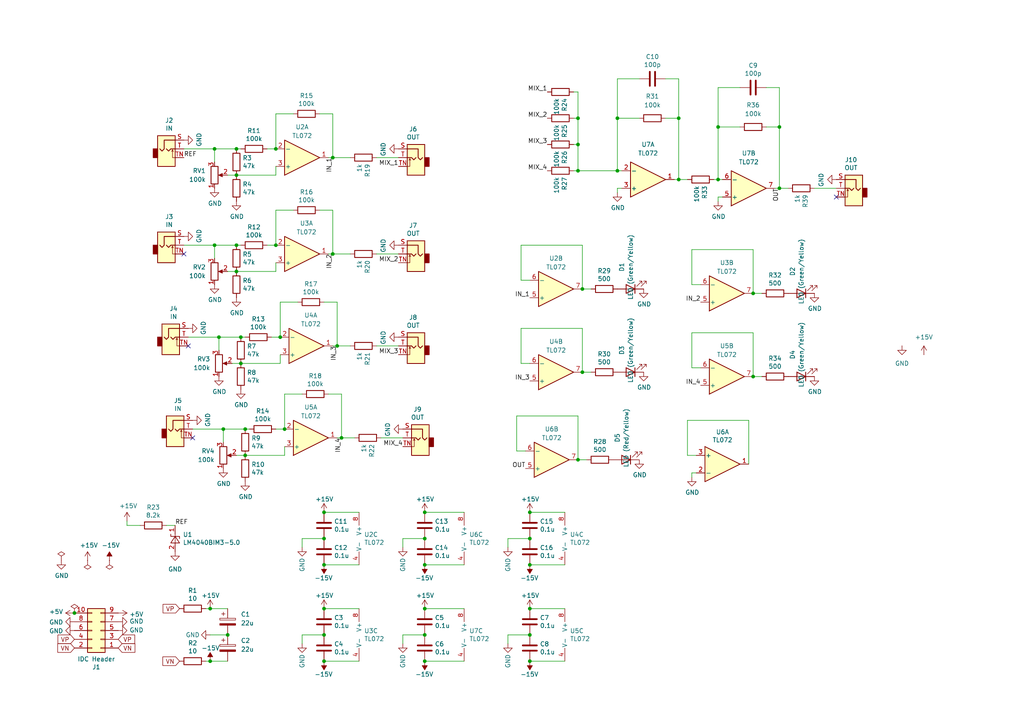
<source format=kicad_sch>
(kicad_sch (version 20231120) (generator "eeschema") (generator_version "8.0")
  (paper "A4")
  (title_block (title "summe") (date "2021-05-30") (rev "R02") (company "company") (comment 1 "schema for pcb") (comment 2 "DC coupled mixer") (comment 3 "comment 3") (comment 4 "License CC BY 4.0 - Attribution 4.0 International") (comment 5 "comment 5") (comment 6 "comment 6") (comment 7 "comment 7") (comment 8 "comment 8") (comment 9 "comment 9"))
  (junction (at 62.23 43.18))
  (junction (at 153.67 163.83))
  (junction (at 68.58 71.12))
  (junction (at 123.19 163.83))
  (junction (at 82.55 124.46))
  (junction (at 97.79 100.33))
  (junction (at 167.64 41.91))
  (junction (at 123.19 148.59))
  (junction (at 68.58 43.18))
  (junction (at 167.64 34.29))
  (junction (at 96.52 73.66))
  (junction (at 179.07 49.53))
  (junction (at 93.98 191.77))
  (junction (at 60.96 176.53))
  (junction (at 208.28 52.07))
  (junction (at 69.85 97.79))
  (junction (at 93.98 184.15))
  (junction (at 196.85 34.29))
  (junction (at 71.12 132.08))
  (junction (at 60.96 191.77))
  (junction (at 168.91 107.95))
  (junction (at 153.67 184.15))
  (junction (at 93.98 163.83))
  (junction (at 93.98 148.59))
  (junction (at 123.19 191.77))
  (junction (at 226.06 36.83))
  (junction (at 123.19 156.21))
  (junction (at 68.58 78.74))
  (junction (at 80.01 43.18))
  (junction (at 99.06 127))
  (junction (at 123.19 184.15))
  (junction (at 71.12 124.46))
  (junction (at 63.5 97.79))
  (junction (at 69.85 105.41))
  (junction (at 208.28 36.83))
  (junction (at 179.07 34.29))
  (junction (at 96.52 45.72))
  (junction (at 93.98 176.53))
  (junction (at 167.64 133.35))
  (junction (at 64.77 124.46))
  (junction (at 80.01 71.12))
  (junction (at 81.28 97.79))
  (junction (at 153.67 176.53))
  (junction (at 153.67 191.77))
  (junction (at 167.64 49.53))
  (junction (at 21.59 177.8))
  (junction (at 153.67 156.21))
  (junction (at 62.23 71.12))
  (junction (at 226.06 54.61))
  (junction (at 153.67 148.59))
  (junction (at 218.44 109.22))
  (junction (at 93.98 156.21))
  (junction (at 218.44 85.09))
  (junction (at 168.91 83.82))
  (junction (at 196.85 52.07))
  (junction (at 66.04 184.15))
  (junction (at 123.19 176.53))
  (junction (at 68.58 50.8))
  (no_connect (at 53.34 73.66))
  (no_connect (at 55.88 127))
  (no_connect (at 54.61 100.33))
  (no_connect (at 242.57 57.15))
  (wire (pts (xy 179.07 34.29) (xy 179.07 49.53)))
  (wire (pts (xy 68.58 50.8) (xy 80.01 50.8)))
  (wire (pts (xy 77.47 43.18) (xy 80.01 43.18)))
  (wire (pts (xy 60.96 191.77) (xy 66.04 191.77)))
  (wire (pts (xy 217.17 134.62) (xy 217.17 121.92)))
  (wire (pts (xy 69.85 105.41) (xy 81.28 105.41)))
  (wire (pts (xy 87.63 114.3) (xy 82.55 114.3)))
  (wire (pts (xy 179.07 34.29) (xy 185.42 34.29)))
  (wire (pts (xy 71.12 124.46) (xy 72.39 124.46)))
  (wire (pts (xy 77.47 71.12) (xy 80.01 71.12)))
  (wire (pts (xy 104.14 148.59) (xy 93.98 148.59)))
  (wire (pts (xy 59.69 191.77) (xy 60.96 191.77)))
  (wire (pts (xy 218.44 85.09) (xy 220.98 85.09)))
  (wire (pts (xy 217.17 121.92) (xy 199.39 121.92)))
  (wire (pts (xy 208.28 52.07) (xy 207.01 52.07)))
  (wire (pts (xy 80.01 124.46) (xy 82.55 124.46)))
  (wire (pts (xy 109.22 100.33) (xy 115.57 100.33)))
  (wire (pts (xy 68.58 71.12) (xy 69.85 71.12)))
  (wire (pts (xy 193.04 34.29) (xy 196.85 34.29)))
  (wire (pts (xy 180.34 54.61) (xy 179.07 54.61)))
  (wire (pts (xy 97.79 127) (xy 99.06 127)))
  (wire (pts (xy 53.34 43.18) (xy 62.23 43.18)))
  (wire (pts (xy 134.62 191.77) (xy 123.19 191.77)))
  (wire (pts (xy 167.64 34.29) (xy 167.64 41.91)))
  (wire (pts (xy 168.91 95.25) (xy 151.13 95.25)))
  (wire (pts (xy 67.31 105.41) (xy 69.85 105.41)))
  (wire (pts (xy 218.44 109.22) (xy 218.44 96.52)))
  (wire (pts (xy 179.07 22.86) (xy 179.07 34.29)))
  (wire (pts (xy 134.62 176.53) (xy 123.19 176.53)))
  (wire (pts (xy 86.36 87.63) (xy 81.28 87.63)))
  (wire (pts (xy 62.23 71.12) (xy 68.58 71.12)))
  (wire (pts (xy 167.64 133.35) (xy 167.64 120.65)))
  (wire (pts (xy 110.49 127) (xy 116.84 127)))
  (wire (pts (xy 166.37 41.91) (xy 167.64 41.91)))
  (wire (pts (xy 208.28 25.4) (xy 208.28 36.83)))
  (wire (pts (xy 116.84 184.15) (xy 116.84 186.69)))
  (wire (pts (xy 222.25 25.4) (xy 226.06 25.4)))
  (wire (pts (xy 163.83 191.77) (xy 153.67 191.77)))
  (wire (pts (xy 123.19 184.15) (xy 116.84 184.15)))
  (wire (pts (xy 222.25 36.83) (xy 226.06 36.83)))
  (wire (pts (xy 166.37 49.53) (xy 167.64 49.53)))
  (wire (pts (xy 71.12 132.08) (xy 82.55 132.08)))
  (wire (pts (xy 209.55 52.07) (xy 208.28 52.07)))
  (wire (pts (xy 168.91 107.95) (xy 168.91 95.25)))
  (wire (pts (xy 66.04 184.15) (xy 60.96 184.15)))
  (wire (pts (xy 224.79 54.61) (xy 226.06 54.61)))
  (wire (pts (xy 78.74 97.79) (xy 81.28 97.79)))
  (wire (pts (xy 63.5 101.6) (xy 63.5 97.79)))
  (wire (pts (xy 168.91 71.12) (xy 151.13 71.12)))
  (wire (pts (xy 104.14 176.53) (xy 93.98 176.53)))
  (wire (pts (xy 66.04 50.8) (xy 68.58 50.8)))
  (wire (pts (xy 199.39 121.92) (xy 199.39 132.08)))
  (wire (pts (xy 196.85 52.07) (xy 195.58 52.07)))
  (wire (pts (xy 167.64 26.67) (xy 167.64 34.29)))
  (wire (pts (xy 214.63 36.83) (xy 208.28 36.83)))
  (wire (pts (xy 99.06 114.3) (xy 99.06 127)))
  (wire (pts (xy 64.77 124.46) (xy 71.12 124.46)))
  (wire (pts (xy 55.88 124.46) (xy 64.77 124.46)))
  (wire (pts (xy 200.66 72.39) (xy 200.66 82.55)))
  (wire (pts (xy 167.64 41.91) (xy 167.64 49.53)))
  (wire (pts (xy 96.52 60.96) (xy 96.52 73.66)))
  (wire (pts (xy 92.71 33.02) (xy 96.52 33.02)))
  (wire (pts (xy 80.01 33.02) (xy 80.01 43.18)))
  (wire (pts (xy 68.58 43.18) (xy 69.85 43.18)))
  (wire (pts (xy 166.37 34.29) (xy 167.64 34.29)))
  (wire (pts (xy 151.13 95.25) (xy 151.13 105.41)))
  (wire (pts (xy 226.06 54.61) (xy 228.6 54.61)))
  (wire (pts (xy 196.85 34.29) (xy 196.85 52.07)))
  (wire (pts (xy 179.07 22.86) (xy 185.42 22.86)))
  (wire (pts (xy 93.98 184.15) (xy 87.63 184.15)))
  (wire (pts (xy 97.79 100.33) (xy 101.6 100.33)))
  (wire (pts (xy 69.85 97.79) (xy 71.12 97.79)))
  (wire (pts (xy 80.01 78.74) (xy 80.01 76.2)))
  (wire (pts (xy 171.45 83.82) (xy 168.91 83.82)))
  (wire (pts (xy 171.45 107.95) (xy 168.91 107.95)))
  (wire (pts (xy 168.91 83.82) (xy 168.91 71.12)))
  (wire (pts (xy 99.06 127) (xy 102.87 127)))
  (wire (pts (xy 220.98 109.22) (xy 218.44 109.22)))
  (wire (pts (xy 53.34 71.12) (xy 62.23 71.12)))
  (wire (pts (xy 218.44 85.09) (xy 218.44 72.39)))
  (wire (pts (xy 82.55 132.08) (xy 82.55 129.54)))
  (wire (pts (xy 151.13 71.12) (xy 151.13 81.28)))
  (wire (pts (xy 63.5 97.79) (xy 69.85 97.79)))
  (wire (pts (xy 166.37 26.67) (xy 167.64 26.67)))
  (wire (pts (xy 104.14 191.77) (xy 93.98 191.77)))
  (wire (pts (xy 151.13 81.28) (xy 153.67 81.28)))
  (wire (pts (xy 95.25 114.3) (xy 99.06 114.3)))
  (wire (pts (xy 109.22 45.72) (xy 115.57 45.72)))
  (wire (pts (xy 48.26 152.4) (xy 50.8 152.4)))
  (wire (pts (xy 163.83 163.83) (xy 153.67 163.83)))
  (wire (pts (xy 81.28 105.41) (xy 81.28 102.87)))
  (wire (pts (xy 87.63 156.21) (xy 87.63 158.75)))
  (wire (pts (xy 196.85 22.86) (xy 196.85 34.29)))
  (wire (pts (xy 96.52 45.72) (xy 95.25 45.72)))
  (wire (pts (xy 153.67 184.15) (xy 147.32 184.15)))
  (wire (pts (xy 170.18 133.35) (xy 167.64 133.35)))
  (wire (pts (xy 226.06 25.4) (xy 226.06 36.83)))
  (wire (pts (xy 85.09 60.96) (xy 80.01 60.96)))
  (wire (pts (xy 149.86 120.65) (xy 149.86 130.81)))
  (wire (pts (xy 93.98 156.21) (xy 87.63 156.21)))
  (wire (pts (xy 116.84 156.21) (xy 116.84 158.75)))
  (wire (pts (xy 60.96 176.53) (xy 66.04 176.53)))
  (wire (pts (xy 193.04 22.86) (xy 196.85 22.86)))
  (wire (pts (xy 62.23 46.99) (xy 62.23 43.18)))
  (wire (pts (xy 134.62 148.59) (xy 123.19 148.59)))
  (wire (pts (xy 96.52 73.66) (xy 95.25 73.66)))
  (wire (pts (xy 147.32 156.21) (xy 147.32 158.75)))
  (wire (pts (xy 179.07 49.53) (xy 180.34 49.53)))
  (wire (pts (xy 208.28 57.15) (xy 208.28 58.42)))
  (wire (pts (xy 81.28 87.63) (xy 81.28 97.79)))
  (wire (pts (xy 93.98 87.63) (xy 97.79 87.63)))
  (wire (pts (xy 153.67 156.21) (xy 147.32 156.21)))
  (wire (pts (xy 199.39 52.07) (xy 196.85 52.07)))
  (wire (pts (xy 179.07 54.61) (xy 179.07 55.88)))
  (wire (pts (xy 62.23 43.18) (xy 68.58 43.18)))
  (wire (pts (xy 208.28 25.4) (xy 214.63 25.4)))
  (wire (pts (xy 151.13 105.41) (xy 153.67 105.41)))
  (wire (pts (xy 167.64 49.53) (xy 179.07 49.53)))
  (wire (pts (xy 36.83 152.4) (xy 40.64 152.4)))
  (wire (pts (xy 147.32 184.15) (xy 147.32 186.69)))
  (wire (pts (xy 96.52 100.33) (xy 97.79 100.33)))
  (wire (pts (xy 64.77 128.27) (xy 64.77 124.46)))
  (wire (pts (xy 59.69 176.53) (xy 60.96 176.53)))
  (wire (pts (xy 149.86 130.81) (xy 152.4 130.81)))
  (wire (pts (xy 68.58 132.08) (xy 71.12 132.08)))
  (wire (pts (xy 153.67 176.53) (xy 163.83 176.53)))
  (wire (pts (xy 101.6 73.66) (xy 96.52 73.66)))
  (wire (pts (xy 101.6 45.72) (xy 96.52 45.72)))
  (wire (pts (xy 200.66 137.16) (xy 200.66 138.43)))
  (wire (pts (xy 123.19 156.21) (xy 116.84 156.21)))
  (wire (pts (xy 36.83 151.13) (xy 36.83 152.4)))
  (wire (pts (xy 200.66 106.68) (xy 203.2 106.68)))
  (wire (pts (xy 236.22 54.61) (xy 242.57 54.61)))
  (wire (pts (xy 85.09 33.02) (xy 80.01 33.02)))
  (wire (pts (xy 218.44 96.52) (xy 200.66 96.52)))
  (wire (pts (xy 153.67 148.59) (xy 163.83 148.59)))
  (wire (pts (xy 201.93 137.16) (xy 200.66 137.16)))
  (wire (pts (xy 54.61 97.79) (xy 63.5 97.79)))
  (wire (pts (xy 82.55 114.3) (xy 82.55 124.46)))
  (wire (pts (xy 92.71 60.96) (xy 96.52 60.96)))
  (wire (pts (xy 104.14 163.83) (xy 93.98 163.83)))
  (wire (pts (xy 200.66 72.39) (xy 218.44 72.39)))
  (wire (pts (xy 68.58 78.74) (xy 80.01 78.74)))
  (wire (pts (xy 199.39 132.08) (xy 201.93 132.08)))
  (wire (pts (xy 62.23 74.93) (xy 62.23 71.12)))
  (wire (pts (xy 96.52 33.02) (xy 96.52 45.72)))
  (wire (pts (xy 208.28 36.83) (xy 208.28 52.07)))
  (wire (pts (xy 97.79 87.63) (xy 97.79 100.33)))
  (wire (pts (xy 87.63 184.15) (xy 87.63 186.69)))
  (wire (pts (xy 226.06 36.83) (xy 226.06 54.61)))
  (wire (pts (xy 66.04 78.74) (xy 68.58 78.74)))
  (wire (pts (xy 209.55 57.15) (xy 208.28 57.15)))
  (wire (pts (xy 109.22 73.66) (xy 115.57 73.66)))
  (wire (pts (xy 80.01 60.96) (xy 80.01 71.12)))
  (wire (pts (xy 200.66 96.52) (xy 200.66 106.68)))
  (wire (pts (xy 80.01 50.8) (xy 80.01 48.26)))
  (wire (pts (xy 167.64 120.65) (xy 149.86 120.65)))
  (wire (pts (xy 134.62 163.83) (xy 123.19 163.83)))
  (wire (pts (xy 200.66 82.55) (xy 203.2 82.55)))
  (label "REF" (at 53.34 45.72 0))
  (label "MIX_4" (at 116.84 129.54 180))
  (label "MIX_1" (at 158.75 26.67 180))
  (label "REF" (at 50.8 152.4 0))
  (label "MIX_3" (at 158.75 41.91 180))
  (label "OUT" (at 152.4 135.89 180))
  (label "IN_2" (at 203.2 87.63 180))
  (label "IN_3" (at 153.67 110.49 180))
  (label "MIX_1" (at 115.57 48.26 180))
  (label "IN_1" (at 96.52 45.72 270))
  (label "IN_1" (at 153.67 86.36 180))
  (label "IN_4" (at 99.06 127 270))
  (label "MIX_2" (at 158.75 34.29 180))
  (label "MIX_3" (at 115.57 102.87 180))
  (label "IN_2" (at 96.52 73.66 270))
  (label "MIX_2" (at 115.57 76.2 180))
  (label "MIX_4" (at 158.75 49.53 180))
  (label "IN_4" (at 203.2 111.76 180))
  (label "OUT" (at 226.06 54.61 270))
  (label "IN_3" (at 97.79 100.33 270))
  (global_label "VN" (shape input) (at 52.07 191.77 180) (property "Intersheetrefs" "${INTERSHEET_REFS}" (effects (hide yes))))
  (global_label "VP" (shape input) (at 34.29 185.42 0) (property "Intersheetrefs" "${INTERSHEET_REFS}" (effects (hide yes))))
  (global_label "VN" (shape input) (at 34.29 187.96 0) (property "Intersheetrefs" "${INTERSHEET_REFS}" (effects (hide yes))))
  (global_label "VP" (shape input) (at 52.07 176.53 180) (property "Intersheetrefs" "${INTERSHEET_REFS}" (effects (hide yes))))
  (global_label "VP" (shape input) (at 21.59 185.42 180) (property "Intersheetrefs" "${INTERSHEET_REFS}" (effects (hide yes))))
  (global_label "VN" (shape input) (at 21.59 187.96 180) (property "Intersheetrefs" "${INTERSHEET_REFS}" (effects (hide yes))))
  (symbol (lib_id "Connector:AudioJack2_SwitchT") (at 48.26 43.18 0) (unit 1)
    (property "Reference" "J2" (at 49.0728 34.925 0))
    (property "Value" "IN" (at 49.0728 37.2364 0))
    (property "Footprint" "elektrophon:Jack_3.5mm_WQP-PJ398SM_Vertical" (effects (hide yes)))
    (property "Description" "3.5mm Eurorack Jacks" (effects (hide yes)))
    (property "Sim.Device" "SPICE" (effects (hide yes)))
    (property "Sim.Params" "type=\"X\" model=\"IN_1\" lib=\"\"" (effects (hide yes)))
    (property "Sim.Pins" "S=1 T=2 TN=3" (effects (hide yes)))
  )
  (symbol (lib_id "Connector:AudioJack2_SwitchT") (at 120.65 45.72 0) (mirror y) (unit 1)
    (property "Reference" "J6" (at 119.8372 37.465 0))
    (property "Value" "OUT" (at 119.8372 39.7764 0))
    (property "Footprint" "elektrophon:Jack_3.5mm_WQP-PJ398SM_Vertical" (effects (hide yes)))
    (property "Description" "3.5mm Eurorack Jacks" (effects (hide yes)))
    (property "Sim.Device" "SPICE" (effects (hide yes)))
    (property "Sim.Params" "type=\"X\" model=\"OUT_1\" lib=\"\"" (effects (hide yes)))
    (property "Sim.Pins" "S=1 T=2 TN=3" (effects (hide yes)))
  )
  (symbol (lib_id "power:GND") (at 53.34 40.64 90) (unit 1)
    (property "Reference" "#PWR010" (effects (hide yes)))
    (property "Value" "GND" (at 57.7342 40.513 0))
  )
  (symbol (lib_id "power:GND") (at 115.57 43.18 270) (unit 1)
    (property "Reference" "#PWR031" (effects (hide yes)))
    (property "Value" "GND" (at 111.1758 43.307 0))
  )
  (symbol (lib_id "Device:R") (at 105.41 45.72 90) (unit 1)
    (property "Reference" "R19" (at 106.5784 47.498 0) (effects (justify right)))
    (property "Value" "1k" (at 104.267 47.498 0) (effects (justify right)))
    (property "Footprint" "Resistor_SMD:R_0805_2012Metric_Pad1.20x1.40mm_HandSolder" (effects (hide yes)))
    (property "Description" "Thick Film Resistors - SMD (0805)" (effects (hide yes)))
  )
  (symbol (lib_id "power:GND") (at 60.96 184.15 270) (unit 1)
    (property "Reference" "#PWR015" (effects (hide yes)))
    (property "Value" "GND" (at 55.88 184.15 90))
  )
  (symbol (lib_id "power:GND") (at 21.59 182.88 270) (unit 1)
    (property "Reference" "#PWR03" (effects (hide yes)))
    (property "Value" "GND" (at 18.3388 183.007 90) (effects (justify right)))
  )
  (symbol (lib_id "Device:C") (at 93.98 180.34 0) (unit 1) (exclude_from_sim yes)
    (property "Reference" "C3" (at 96.901 179.1716 0) (effects (justify left)))
    (property "Value" "0.1u" (at 96.901 181.483 0) (effects (justify left)))
    (property "Footprint" "Capacitor_SMD:C_0805_2012Metric_Pad1.18x1.45mm_HandSolder" (effects (hide yes)))
    (property "Description" "Multilayer Ceramic Capacitors MLCC" (effects (hide yes)))
    (property "Sim.Device" "SPICE" (effects (hide yes)))
    (property "Sim.Params" "type=\"C\" model=\"0.1u\" lib=\"\"" (effects (hide yes)))
    (property "Sim.Pins" "1=1 2=2" (effects (hide yes)))
  )
  (symbol (lib_id "Device:C") (at 93.98 187.96 0) (unit 1) (exclude_from_sim yes)
    (property "Reference" "C4" (at 96.901 186.7916 0) (effects (justify left)))
    (property "Value" "0.1u" (at 96.901 189.103 0) (effects (justify left)))
    (property "Footprint" "Capacitor_SMD:C_0805_2012Metric_Pad1.18x1.45mm_HandSolder" (effects (hide yes)))
    (property "Description" "Multilayer Ceramic Capacitors MLCC" (effects (hide yes)))
    (property "Sim.Device" "SPICE" (effects (hide yes)))
    (property "Sim.Params" "type=\"C\" model=\"0.1u\" lib=\"\"" (effects (hide yes)))
    (property "Sim.Pins" "1=1 2=2" (effects (hide yes)))
  )
  (symbol (lib_id "Device:C") (at 123.19 180.34 0) (unit 1) (exclude_from_sim yes)
    (property "Reference" "C5" (at 126.111 179.1716 0) (effects (justify left)))
    (property "Value" "0.1u" (at 126.111 181.483 0) (effects (justify left)))
    (property "Footprint" "Capacitor_SMD:C_0805_2012Metric_Pad1.18x1.45mm_HandSolder" (effects (hide yes)))
    (property "Description" "Multilayer Ceramic Capacitors MLCC" (effects (hide yes)))
    (property "Sim.Device" "SPICE" (effects (hide yes)))
    (property "Sim.Params" "type=\"C\" model=\"0.1u\" lib=\"\"" (effects (hide yes)))
    (property "Sim.Pins" "1=1 2=2" (effects (hide yes)))
  )
  (symbol (lib_id "Device:C") (at 123.19 187.96 0) (unit 1) (exclude_from_sim yes)
    (property "Reference" "C6" (at 126.111 186.7916 0) (effects (justify left)))
    (property "Value" "0.1u" (at 126.111 189.103 0) (effects (justify left)))
    (property "Footprint" "Capacitor_SMD:C_0805_2012Metric_Pad1.18x1.45mm_HandSolder" (effects (hide yes)))
    (property "Description" "Multilayer Ceramic Capacitors MLCC" (effects (hide yes)))
    (property "Sim.Device" "SPICE" (effects (hide yes)))
    (property "Sim.Params" "type=\"C\" model=\"0.1u\" lib=\"\"" (effects (hide yes)))
    (property "Sim.Pins" "1=1 2=2" (effects (hide yes)))
  )
  (symbol (lib_id "Device:R") (at 73.66 43.18 270) (unit 1)
    (property "Reference" "R11" (at 73.66 37.9222 90))
    (property "Value" "100k" (at 73.66 40.2336 90))
    (property "Footprint" "Resistor_SMD:R_0805_2012Metric_Pad1.20x1.40mm_HandSolder" (effects (hide yes)))
    (property "Description" "Thick Film Resistors - SMD (0805)" (effects (hide yes)))
  )
  (symbol (lib_id "Device:R") (at 68.58 46.99 0) (unit 1)
    (property "Reference" "R3" (at 70.358 45.8216 0) (effects (justify left)))
    (property "Value" "47k" (at 70.358 48.133 0) (effects (justify left)))
    (property "Footprint" "Resistor_SMD:R_0805_2012Metric_Pad1.20x1.40mm_HandSolder" (effects (hide yes)))
    (property "Description" "Thick Film Resistors - SMD (0805)" (effects (hide yes)))
  )
  (symbol (lib_id "Device:R") (at 68.58 54.61 0) (unit 1)
    (property "Reference" "R4" (at 70.358 53.4416 0) (effects (justify left)))
    (property "Value" "47k" (at 70.358 55.753 0) (effects (justify left)))
    (property "Footprint" "Resistor_SMD:R_0805_2012Metric_Pad1.20x1.40mm_HandSolder" (effects (hide yes)))
    (property "Description" "Thick Film Resistors - SMD (0805)" (effects (hide yes)))
  )
  (symbol (lib_id "power:GND") (at 68.58 58.42 0) (unit 1)
    (property "Reference" "#PWR021" (effects (hide yes)))
    (property "Value" "GND" (at 68.707 62.8142 0))
  )
  (symbol (lib_id "Device:R") (at 88.9 33.02 270) (unit 1)
    (property "Reference" "R15" (at 88.9 27.7622 90))
    (property "Value" "100k" (at 88.9 30.0736 90))
    (property "Footprint" "Resistor_SMD:R_0805_2012Metric_Pad1.20x1.40mm_HandSolder" (effects (hide yes)))
    (property "Description" "Thick Film Resistors - SMD (0805)" (effects (hide yes)))
  )
  (symbol (lib_id "Connector:AudioJack2_SwitchT") (at 48.26 71.12 0) (unit 1)
    (property "Reference" "J3" (at 49.0728 62.865 0))
    (property "Value" "IN" (at 49.0728 65.1764 0))
    (property "Footprint" "elektrophon:Jack_3.5mm_WQP-PJ398SM_Vertical" (effects (hide yes)))
    (property "Description" "3.5mm Eurorack Jacks" (effects (hide yes)))
    (property "Sim.Device" "SPICE" (effects (hide yes)))
    (property "Sim.Params" "type=\"X\" model=\"IN_2\" lib=\"\"" (effects (hide yes)))
    (property "Sim.Pins" "S=1 T=2 TN=3" (effects (hide yes)))
  )
  (symbol (lib_id "power:GND") (at 53.34 68.58 90) (unit 1)
    (property "Reference" "#PWR011" (effects (hide yes)))
    (property "Value" "GND" (at 57.7342 68.453 0))
  )
  (symbol (lib_id "power:GND") (at 62.23 82.55 0) (unit 1)
    (property "Reference" "#PWR018" (effects (hide yes)))
    (property "Value" "GND" (at 62.357 86.9442 0))
  )
  (symbol (lib_id "Device:R") (at 73.66 71.12 270) (unit 1)
    (property "Reference" "R12" (at 73.66 65.8622 90))
    (property "Value" "100k" (at 73.66 68.1736 90))
    (property "Footprint" "Resistor_SMD:R_0805_2012Metric_Pad1.20x1.40mm_HandSolder" (effects (hide yes)))
    (property "Description" "Thick Film Resistors - SMD (0805)" (effects (hide yes)))
  )
  (symbol (lib_id "Device:R") (at 68.58 74.93 0) (unit 1)
    (property "Reference" "R5" (at 70.358 73.7616 0) (effects (justify left)))
    (property "Value" "47k" (at 70.358 76.073 0) (effects (justify left)))
    (property "Footprint" "Resistor_SMD:R_0805_2012Metric_Pad1.20x1.40mm_HandSolder" (effects (hide yes)))
    (property "Description" "Thick Film Resistors - SMD (0805)" (effects (hide yes)))
  )
  (symbol (lib_id "Device:R") (at 68.58 82.55 0) (unit 1)
    (property "Reference" "R6" (at 70.358 81.3816 0) (effects (justify left)))
    (property "Value" "47k" (at 70.358 83.693 0) (effects (justify left)))
    (property "Footprint" "Resistor_SMD:R_0805_2012Metric_Pad1.20x1.40mm_HandSolder" (effects (hide yes)))
    (property "Description" "Thick Film Resistors - SMD (0805)" (effects (hide yes)))
  )
  (symbol (lib_id "power:GND") (at 68.58 86.36 0) (unit 1)
    (property "Reference" "#PWR022" (effects (hide yes)))
    (property "Value" "GND" (at 68.707 90.7542 0))
  )
  (symbol (lib_id "Device:R") (at 88.9 60.96 270) (unit 1)
    (property "Reference" "R16" (at 88.9 55.7022 90))
    (property "Value" "100k" (at 88.9 58.0136 90))
    (property "Footprint" "Resistor_SMD:R_0805_2012Metric_Pad1.20x1.40mm_HandSolder" (effects (hide yes)))
    (property "Description" "Thick Film Resistors - SMD (0805)" (effects (hide yes)))
  )
  (symbol (lib_id "Connector:AudioJack2_SwitchT") (at 49.53 97.79 0) (unit 1)
    (property "Reference" "J4" (at 50.3428 89.535 0))
    (property "Value" "IN" (at 50.3428 91.8464 0))
    (property "Footprint" "elektrophon:Jack_3.5mm_WQP-PJ398SM_Vertical" (effects (hide yes)))
    (property "Description" "3.5mm Eurorack Jacks" (effects (hide yes)))
    (property "Sim.Device" "SPICE" (effects (hide yes)))
    (property "Sim.Params" "type=\"X\" model=\"IN_3\" lib=\"\"" (effects (hide yes)))
    (property "Sim.Pins" "S=1 T=2 TN=3" (effects (hide yes)))
  )
  (symbol (lib_id "power:GND") (at 54.61 95.25 90) (unit 1)
    (property "Reference" "#PWR012" (effects (hide yes)))
    (property "Value" "GND" (at 59.0042 95.123 0))
  )
  (symbol (lib_id "power:GND") (at 63.5 109.22 0) (unit 1)
    (property "Reference" "#PWR019" (effects (hide yes)))
    (property "Value" "GND" (at 63.627 113.6142 0))
  )
  (symbol (lib_id "Device:R") (at 74.93 97.79 270) (unit 1)
    (property "Reference" "R13" (at 74.93 92.5322 90))
    (property "Value" "100k" (at 74.93 94.8436 90))
    (property "Footprint" "Resistor_SMD:R_0805_2012Metric_Pad1.20x1.40mm_HandSolder" (effects (hide yes)))
    (property "Description" "Thick Film Resistors - SMD (0805)" (effects (hide yes)))
  )
  (symbol (lib_id "Device:R") (at 69.85 101.6 0) (unit 1)
    (property "Reference" "R7" (at 71.628 100.4316 0) (effects (justify left)))
    (property "Value" "47k" (at 71.628 102.743 0) (effects (justify left)))
    (property "Footprint" "Resistor_SMD:R_0805_2012Metric_Pad1.20x1.40mm_HandSolder" (effects (hide yes)))
    (property "Description" "Thick Film Resistors - SMD (0805)" (effects (hide yes)))
  )
  (symbol (lib_id "Device:R") (at 69.85 109.22 0) (unit 1)
    (property "Reference" "R8" (at 71.628 108.0516 0) (effects (justify left)))
    (property "Value" "47k" (at 71.628 110.363 0) (effects (justify left)))
    (property "Footprint" "Resistor_SMD:R_0805_2012Metric_Pad1.20x1.40mm_HandSolder" (effects (hide yes)))
    (property "Description" "Thick Film Resistors - SMD (0805)" (effects (hide yes)))
  )
  (symbol (lib_id "power:GND") (at 69.85 113.03 0) (unit 1)
    (property "Reference" "#PWR023" (effects (hide yes)))
    (property "Value" "GND" (at 69.977 117.4242 0))
  )
  (symbol (lib_id "Device:R") (at 90.17 87.63 270) (unit 1)
    (property "Reference" "R17" (at 90.17 82.3722 90))
    (property "Value" "100k" (at 90.17 84.6836 90))
    (property "Footprint" "Resistor_SMD:R_0805_2012Metric_Pad1.20x1.40mm_HandSolder" (effects (hide yes)))
    (property "Description" "Thick Film Resistors - SMD (0805)" (effects (hide yes)))
  )
  (symbol (lib_id "Connector:AudioJack2_SwitchT") (at 50.8 124.46 0) (unit 1)
    (property "Reference" "J5" (at 51.6128 116.205 0))
    (property "Value" "IN" (at 51.6128 118.5164 0))
    (property "Footprint" "elektrophon:Jack_3.5mm_WQP-PJ398SM_Vertical" (effects (hide yes)))
    (property "Description" "3.5mm Eurorack Jacks" (effects (hide yes)))
    (property "Sim.Device" "SPICE" (effects (hide yes)))
    (property "Sim.Params" "type=\"X\" model=\"IN_4\" lib=\"\"" (effects (hide yes)))
    (property "Sim.Pins" "S=1 T=2 TN=3" (effects (hide yes)))
  )
  (symbol (lib_id "power:GND") (at 55.88 121.92 90) (unit 1)
    (property "Reference" "#PWR013" (effects (hide yes)))
    (property "Value" "GND" (at 60.2742 121.793 0))
  )
  (symbol (lib_id "power:GND") (at 64.77 135.89 0) (unit 1)
    (property "Reference" "#PWR020" (effects (hide yes)))
    (property "Value" "GND" (at 64.897 140.2842 0))
  )
  (symbol (lib_id "Device:R") (at 76.2 124.46 270) (unit 1)
    (property "Reference" "R14" (at 76.2 119.2022 90))
    (property "Value" "100k" (at 76.2 121.5136 90))
    (property "Footprint" "Resistor_SMD:R_0805_2012Metric_Pad1.20x1.40mm_HandSolder" (effects (hide yes)))
    (property "Description" "Thick Film Resistors - SMD (0805)" (effects (hide yes)))
  )
  (symbol (lib_id "Device:R") (at 71.12 128.27 0) (unit 1)
    (property "Reference" "R9" (at 72.898 127.1016 0) (effects (justify left)))
    (property "Value" "47k" (at 72.898 129.413 0) (effects (justify left)))
    (property "Footprint" "Resistor_SMD:R_0805_2012Metric_Pad1.20x1.40mm_HandSolder" (effects (hide yes)))
    (property "Description" "Thick Film Resistors - SMD (0805)" (effects (hide yes)))
  )
  (symbol (lib_id "Device:R") (at 71.12 135.89 0) (unit 1)
    (property "Reference" "R10" (at 72.898 134.7216 0) (effects (justify left)))
    (property "Value" "47k" (at 72.898 137.033 0) (effects (justify left)))
    (property "Footprint" "Resistor_SMD:R_0805_2012Metric_Pad1.20x1.40mm_HandSolder" (effects (hide yes)))
    (property "Description" "Thick Film Resistors - SMD (0805)" (effects (hide yes)))
  )
  (symbol (lib_id "power:GND") (at 71.12 139.7 0) (unit 1)
    (property "Reference" "#PWR024" (effects (hide yes)))
    (property "Value" "GND" (at 71.247 144.0942 0))
  )
  (symbol (lib_id "Device:R") (at 91.44 114.3 270) (unit 1)
    (property "Reference" "R18" (at 91.44 109.0422 90))
    (property "Value" "100k" (at 91.44 111.3536 90))
    (property "Footprint" "Resistor_SMD:R_0805_2012Metric_Pad1.20x1.40mm_HandSolder" (effects (hide yes)))
    (property "Description" "Thick Film Resistors - SMD (0805)" (effects (hide yes)))
  )
  (symbol (lib_id "Connector:AudioJack2_SwitchT") (at 120.65 73.66 0) (mirror y) (unit 1)
    (property "Reference" "J7" (at 119.8372 65.405 0))
    (property "Value" "OUT" (at 119.8372 67.7164 0))
    (property "Footprint" "elektrophon:Jack_3.5mm_WQP-PJ398SM_Vertical" (effects (hide yes)))
    (property "Description" "3.5mm Eurorack Jacks" (effects (hide yes)))
    (property "Sim.Device" "SPICE" (effects (hide yes)))
    (property "Sim.Params" "type=\"X\" model=\"OUT_2\" lib=\"\"" (effects (hide yes)))
    (property "Sim.Pins" "S=1 T=2 TN=3" (effects (hide yes)))
  )
  (symbol (lib_id "power:GND") (at 115.57 71.12 270) (unit 1)
    (property "Reference" "#PWR032" (effects (hide yes)))
    (property "Value" "GND" (at 111.1758 71.247 0))
  )
  (symbol (lib_id "Device:R") (at 105.41 73.66 90) (unit 1)
    (property "Reference" "R20" (at 106.5784 75.438 0) (effects (justify right)))
    (property "Value" "1k" (at 104.267 75.438 0) (effects (justify right)))
    (property "Footprint" "Resistor_SMD:R_0805_2012Metric_Pad1.20x1.40mm_HandSolder" (effects (hide yes)))
    (property "Description" "Thick Film Resistors - SMD (0805)" (effects (hide yes)))
  )
  (symbol (lib_id "Connector:AudioJack2_SwitchT") (at 120.65 100.33 0) (mirror y) (unit 1)
    (property "Reference" "J8" (at 119.8372 92.075 0))
    (property "Value" "OUT" (at 119.8372 94.3864 0))
    (property "Footprint" "elektrophon:Jack_3.5mm_WQP-PJ398SM_Vertical" (effects (hide yes)))
    (property "Description" "3.5mm Eurorack Jacks" (effects (hide yes)))
    (property "Sim.Device" "SPICE" (effects (hide yes)))
    (property "Sim.Params" "type=\"X\" model=\"OUT_3\" lib=\"\"" (effects (hide yes)))
    (property "Sim.Pins" "S=1 T=2 TN=3" (effects (hide yes)))
  )
  (symbol (lib_id "power:GND") (at 115.57 97.79 270) (unit 1)
    (property "Reference" "#PWR033" (effects (hide yes)))
    (property "Value" "GND" (at 111.1758 97.917 0))
  )
  (symbol (lib_id "Device:R") (at 105.41 100.33 90) (unit 1)
    (property "Reference" "R21" (at 106.5784 102.108 0) (effects (justify right)))
    (property "Value" "1k" (at 104.267 102.108 0) (effects (justify right)))
    (property "Footprint" "Resistor_SMD:R_0805_2012Metric_Pad1.20x1.40mm_HandSolder" (effects (hide yes)))
    (property "Description" "Thick Film Resistors - SMD (0805)" (effects (hide yes)))
  )
  (symbol (lib_id "Connector:AudioJack2_SwitchT") (at 121.92 127 0) (mirror y) (unit 1)
    (property "Reference" "J9" (at 121.1072 118.745 0))
    (property "Value" "OUT" (at 121.1072 121.0564 0))
    (property "Footprint" "elektrophon:Jack_3.5mm_WQP-PJ398SM_Vertical" (effects (hide yes)))
    (property "Description" "3.5mm Eurorack Jacks" (effects (hide yes)))
    (property "Sim.Device" "SPICE" (effects (hide yes)))
    (property "Sim.Params" "type=\"X\" model=\"OUT_4\" lib=\"\"" (effects (hide yes)))
    (property "Sim.Pins" "S=1 T=2 TN=3" (effects (hide yes)))
  )
  (symbol (lib_id "power:GND") (at 116.84 124.46 270) (unit 1)
    (property "Reference" "#PWR034" (effects (hide yes)))
    (property "Value" "GND" (at 112.4458 124.587 0))
  )
  (symbol (lib_id "Device:R") (at 106.68 127 90) (unit 1)
    (property "Reference" "R22" (at 107.8484 128.778 0) (effects (justify right)))
    (property "Value" "1k" (at 105.537 128.778 0) (effects (justify right)))
    (property "Footprint" "Resistor_SMD:R_0805_2012Metric_Pad1.20x1.40mm_HandSolder" (effects (hide yes)))
    (property "Description" "Thick Film Resistors - SMD (0805)" (effects (hide yes)))
  )
  (symbol (lib_id "Device:R") (at 162.56 49.53 90) (unit 1)
    (property "Reference" "R27" (at 163.7284 51.308 0) (effects (justify right)))
    (property "Value" "100k" (at 161.417 51.308 0) (effects (justify right)))
    (property "Footprint" "Resistor_SMD:R_0805_2012Metric_Pad1.20x1.40mm_HandSolder" (effects (hide yes)))
    (property "Description" "Thick Film Resistors - SMD (0805)" (effects (hide yes)))
  )
  (symbol (lib_id "Device:R") (at 162.56 41.91 90) (unit 1)
    (property "Reference" "R26" (at 163.7284 43.688 0) (effects (justify right)))
    (property "Value" "100k" (at 161.417 43.688 0) (effects (justify right)))
    (property "Footprint" "Resistor_SMD:R_0805_2012Metric_Pad1.20x1.40mm_HandSolder" (effects (hide yes)))
    (property "Description" "Thick Film Resistors - SMD (0805)" (effects (hide yes)))
  )
  (symbol (lib_id "Device:R") (at 162.56 34.29 90) (unit 1)
    (property "Reference" "R25" (at 163.7284 36.068 0) (effects (justify right)))
    (property "Value" "100k" (at 161.417 36.068 0) (effects (justify right)))
    (property "Footprint" "Resistor_SMD:R_0805_2012Metric_Pad1.20x1.40mm_HandSolder" (effects (hide yes)))
    (property "Description" "Thick Film Resistors - SMD (0805)" (effects (hide yes)))
  )
  (symbol (lib_id "Device:R") (at 162.56 26.67 90) (unit 1)
    (property "Reference" "R24" (at 163.7284 28.448 0) (effects (justify right)))
    (property "Value" "100k" (at 161.417 28.448 0) (effects (justify right)))
    (property "Footprint" "Resistor_SMD:R_0805_2012Metric_Pad1.20x1.40mm_HandSolder" (effects (hide yes)))
    (property "Description" "Thick Film Resistors - SMD (0805)" (effects (hide yes)))
  )
  (symbol (lib_id "Device:R") (at 189.23 34.29 90) (unit 1)
    (property "Reference" "R31" (at 189.23 27.94 90))
    (property "Value" "100k" (at 189.23 30.48 90))
    (property "Footprint" "Resistor_SMD:R_0805_2012Metric_Pad1.20x1.40mm_HandSolder" (effects (hide yes)))
    (property "Description" "Thick Film Resistors - SMD (0805)" (effects (hide yes)))
  )
  (symbol (lib_id "Connector:AudioJack2_SwitchT") (at 247.65 54.61 0) (mirror y) (unit 1)
    (property "Reference" "J10" (at 246.8372 46.355 0))
    (property "Value" "OUT" (at 246.8372 48.6664 0))
    (property "Footprint" "elektrophon:Jack_3.5mm_WQP-PJ398SM_Vertical" (effects (hide yes)))
    (property "Description" "3.5mm Eurorack Jacks" (effects (hide yes)))
    (property "Sim.Device" "SPICE" (effects (hide yes)))
    (property "Sim.Params" "type=\"X\" model=\"OUT\" lib=\"\"" (effects (hide yes)))
    (property "Sim.Pins" "S=1 T=2 TN=3" (effects (hide yes)))
  )
  (symbol (lib_id "power:GND") (at 242.57 52.07 270) (unit 1)
    (property "Reference" "#PWR050" (effects (hide yes)))
    (property "Value" "GND" (at 238.1758 52.197 0))
  )
  (symbol (lib_id "Device:R") (at 232.41 54.61 90) (unit 1)
    (property "Reference" "R39" (at 233.5784 56.388 0) (effects (justify right)))
    (property "Value" "1k" (at 231.267 56.388 0) (effects (justify right)))
    (property "Footprint" "Resistor_SMD:R_0805_2012Metric_Pad1.20x1.40mm_HandSolder" (effects (hide yes)))
    (property "Description" "Thick Film Resistors - SMD (0805)" (effects (hide yes)))
  )
  (symbol (lib_id "power:GND") (at 179.07 55.88 0) (unit 1)
    (property "Reference" "#PWR040" (effects (hide yes)))
    (property "Value" "GND" (at 179.197 60.2742 0))
  )
  (symbol (lib_id "Device:R") (at 203.2 52.07 90) (unit 1)
    (property "Reference" "R33" (at 204.3684 53.848 0) (effects (justify right)))
    (property "Value" "100k" (at 202.057 53.848 0) (effects (justify right)))
    (property "Footprint" "Resistor_SMD:R_0805_2012Metric_Pad1.20x1.40mm_HandSolder" (effects (hide yes)))
    (property "Description" "Thick Film Resistors - SMD (0805)" (effects (hide yes)))
  )
  (symbol (lib_id "Device:R") (at 218.44 36.83 90) (unit 1)
    (property "Reference" "R36" (at 218.44 30.48 90))
    (property "Value" "100k" (at 218.44 33.02 90))
    (property "Footprint" "Resistor_SMD:R_0805_2012Metric_Pad1.20x1.40mm_HandSolder" (effects (hide yes)))
    (property "Description" "Thick Film Resistors - SMD (0805)" (effects (hide yes)))
  )
  (symbol (lib_id "power:GND") (at 208.28 58.42 0) (unit 1)
    (property "Reference" "#PWR045" (effects (hide yes)))
    (property "Value" "GND" (at 208.407 62.8142 0))
  )
  (symbol (lib_id "Device:C") (at 153.67 180.34 0) (unit 1) (exclude_from_sim yes)
    (property "Reference" "C7" (at 156.591 179.1716 0) (effects (justify left)))
    (property "Value" "0.1u" (at 156.591 181.483 0) (effects (justify left)))
    (property "Footprint" "Capacitor_SMD:C_0805_2012Metric_Pad1.18x1.45mm_HandSolder" (effects (hide yes)))
    (property "Description" "Multilayer Ceramic Capacitors MLCC" (effects (hide yes)))
    (property "Sim.Device" "SPICE" (effects (hide yes)))
    (property "Sim.Params" "type=\"C\" model=\"0.1u\" lib=\"\"" (effects (hide yes)))
    (property "Sim.Pins" "1=1 2=2" (effects (hide yes)))
  )
  (symbol (lib_id "Device:C") (at 153.67 187.96 0) (unit 1) (exclude_from_sim yes)
    (property "Reference" "C8" (at 156.591 186.7916 0) (effects (justify left)))
    (property "Value" "0.1u" (at 156.591 189.103 0) (effects (justify left)))
    (property "Footprint" "Capacitor_SMD:C_0805_2012Metric_Pad1.18x1.45mm_HandSolder" (effects (hide yes)))
    (property "Description" "Multilayer Ceramic Capacitors MLCC" (effects (hide yes)))
    (property "Sim.Device" "SPICE" (effects (hide yes)))
    (property "Sim.Params" "type=\"C\" model=\"0.1u\" lib=\"\"" (effects (hide yes)))
    (property "Sim.Pins" "1=1 2=2" (effects (hide yes)))
  )
  (symbol (lib_id "power:GND") (at 62.23 54.61 0) (unit 1)
    (property "Reference" "#PWR017" (effects (hide yes)))
    (property "Value" "GND" (at 62.357 59.0042 0))
  )
  (symbol (lib_id "power:PWR_FLAG") (at 25.4 162.56 180) (unit 1)
    (property "Reference" "#FLG02" (effects (hide yes)))
    (property "Value" "PWR_FLAG" (effects (hide yes)))
  )
  (symbol (lib_id "power:PWR_FLAG") (at 31.75 162.56 180) (unit 1)
    (property "Reference" "#FLG03" (effects (hide yes)))
    (property "Value" "PWR_FLAG" (effects (hide yes)))
  )
  (symbol (lib_id "power:+15V") (at 25.4 162.56 0) (unit 1)
    (property "Reference" "#PWR04" (effects (hide yes)))
    (property "Value" "+15V" (at 25.781 158.1658 0))
  )
  (symbol (lib_id "power:-15V") (at 31.75 162.56 0) (unit 1)
    (property "Reference" "#PWR05" (effects (hide yes)))
    (property "Value" "-15V" (at 32.131 158.1658 0))
  )
  (symbol (lib_id "Device:R") (at 55.88 176.53 270) (unit 1) (exclude_from_sim yes)
    (property "Reference" "R1" (at 55.88 171.2722 90))
    (property "Value" "10" (at 55.88 173.5836 90))
    (property "Footprint" "Resistor_THT:R_Axial_DIN0204_L3.6mm_D1.6mm_P2.54mm_Vertical" (effects (hide yes)))
    (property "Description" "Metal Film Resistors - Through Hole (L=3.6 mm, D=1.6 mm, 1%)" (effects (hide yes)))
    (property "Sim.Device" "SPICE" (effects (hide yes)))
    (property "Sim.Params" "type=\"R\" model=\"10\" lib=\"\"" (effects (hide yes)))
    (property "Sim.Pins" "1=1 2=2" (effects (hide yes)))
  )
  (symbol (lib_id "power:+15V") (at 60.96 176.53 0) (unit 1)
    (property "Reference" "#PWR014" (effects (hide yes)))
    (property "Value" "+15V" (at 58.42 172.72 0) (effects (justify left)))
  )
  (symbol (lib_id "power:-15V") (at 60.96 191.77 0) (unit 1)
    (property "Reference" "#PWR016" (effects (hide yes)))
    (property "Value" "-15V" (at 58.42 187.96 0) (effects (justify left)))
  )
  (symbol (lib_id "power:GND") (at 34.29 182.88 90) (unit 1)
    (property "Reference" "#PWR08" (effects (hide yes)))
    (property "Value" "GND" (at 37.5412 182.753 90) (effects (justify right)))
  )
  (symbol (lib_id "Device:R") (at 55.88 191.77 270) (unit 1) (exclude_from_sim yes)
    (property "Reference" "R2" (at 55.88 186.5122 90))
    (property "Value" "10" (at 55.88 188.8236 90))
    (property "Footprint" "Resistor_THT:R_Axial_DIN0204_L3.6mm_D1.6mm_P2.54mm_Vertical" (effects (hide yes)))
    (property "Description" "Metal Film Resistors - Through Hole (L=3.6 mm, D=1.6 mm, 1%)" (effects (hide yes)))
    (property "Sim.Device" "SPICE" (effects (hide yes)))
    (property "Sim.Params" "type=\"R\" model=\"10\" lib=\"\"" (effects (hide yes)))
    (property "Sim.Pins" "1=1 2=2" (effects (hide yes)))
  )
  (symbol (lib_id "Connector_Generic:Conn_02x05_Odd_Even") (at 29.21 182.88 180) (unit 1) (exclude_from_sim yes)
    (property "Reference" "J1" (at 27.94 193.4718 0))
    (property "Value" "IDC Header" (at 27.94 191.1604 0))
    (property "Footprint" "Connector_IDC:IDC-Header_2x05_P2.54mm_Vertical" (effects (hide yes)))
    (property "Description" "Pin Header IDC, 10 Pos, 2.54mm" (effects (hide yes)))
    (property "Sim.Device" "SPICE" (effects (hide yes)))
    (property "Sim.Params" "type=\"J\" model=\"IDC Header\" lib=\"\"" (effects (hide yes)))
    (property "Sim.Pins" "1=1 2=2 3=3 4=4 5=5 6=6 7=7 8=8 9=9 10=10" (effects (hide yes)))
  )
  (symbol (lib_id "power:GND") (at 34.29 180.34 90) (unit 1)
    (property "Reference" "#PWR07" (effects (hide yes)))
    (property "Value" "GND" (at 37.5412 180.213 90) (effects (justify right)))
  )
  (symbol (lib_id "power:+5V") (at 34.29 177.8 270) (unit 1)
    (property "Reference" "#PWR06" (effects (hide yes)))
    (property "Value" "+5V" (at 37.5412 178.181 90) (effects (justify left)))
  )
  (symbol (lib_id "power:+5V") (at 21.59 177.8 90) (unit 1)
    (property "Reference" "#PWR01" (effects (hide yes)))
    (property "Value" "+5V" (at 18.3388 177.419 90) (effects (justify left)))
  )
  (symbol (lib_id "power:PWR_FLAG") (at 21.59 177.8 0) (unit 1)
    (property "Reference" "#FLG01" (effects (hide yes)))
    (property "Value" "PWR_FLAG" (effects (hide yes)))
  )
  (symbol (lib_id "power:GND") (at 21.59 180.34 270) (unit 1)
    (property "Reference" "#PWR02" (effects (hide yes)))
    (property "Value" "GND" (at 18.3388 180.467 90) (effects (justify right)))
  )
  (symbol (lib_id "power:+15V") (at 93.98 176.53 0) (unit 1)
    (property "Reference" "#PWR026" (effects (hide yes)))
    (property "Value" "+15V" (at 91.44 172.72 0) (effects (justify left)))
  )
  (symbol (lib_id "power:-15V") (at 93.98 191.77 180) (unit 1)
    (property "Reference" "#PWR027" (effects (hide yes)))
    (property "Value" "-15V" (at 96.52 195.58 0) (effects (justify left)))
  )
  (symbol (lib_id "power:+15V") (at 153.67 176.53 0) (unit 1)
    (property "Reference" "#PWR036" (effects (hide yes)))
    (property "Value" "+15V" (at 151.13 172.72 0) (effects (justify left)))
  )
  (symbol (lib_id "power:-15V") (at 153.67 191.77 180) (unit 1)
    (property "Reference" "#PWR037" (effects (hide yes)))
    (property "Value" "-15V" (at 156.21 195.58 0) (effects (justify left)))
  )
  (symbol (lib_id "power:GND") (at 147.32 186.69 0) (unit 1)
    (property "Reference" "#PWR035" (effects (hide yes)))
    (property "Value" "GND" (at 147.32 191.77 90))
  )
  (symbol (lib_id "power:+15V") (at 123.19 176.53 0) (unit 1)
    (property "Reference" "#PWR029" (effects (hide yes)))
    (property "Value" "+15V" (at 120.65 172.72 0) (effects (justify left)))
  )
  (symbol (lib_id "power:-15V") (at 123.19 191.77 180) (unit 1)
    (property "Reference" "#PWR030" (effects (hide yes)))
    (property "Value" "-15V" (at 125.73 195.58 0) (effects (justify left)))
  )
  (symbol (lib_id "power:GND") (at 116.84 186.69 0) (unit 1)
    (property "Reference" "#PWR028" (effects (hide yes)))
    (property "Value" "GND" (at 116.84 191.77 90))
  )
  (symbol (lib_id "power:GND") (at 87.63 186.69 0) (unit 1)
    (property "Reference" "#PWR025" (effects (hide yes)))
    (property "Value" "GND" (at 87.63 191.77 90))
  )
  (symbol (lib_id "power:PWR_FLAG") (at 17.78 162.56 0) (unit 1)
    (property "Reference" "#FLG0101" (effects (hide yes)))
    (property "Value" "PWR_FLAG" (effects (hide yes)))
  )
  (symbol (lib_id "power:GND") (at 17.78 162.56 0) (unit 1)
    (property "Reference" "#PWR0101" (effects (hide yes)))
    (property "Value" "GND" (at 17.907 166.9542 0))
  )
  (symbol (lib_id "Device:C") (at 189.23 22.86 270) (unit 1)
    (property "Reference" "C10" (at 189.23 16.4592 90))
    (property "Value" "100p" (at 189.23 18.7706 90))
    (property "Footprint" "Capacitor_SMD:C_0805_2012Metric_Pad1.18x1.45mm_HandSolder" (effects (hide yes)))
    (property "Description" "Multilayer Ceramic Capacitors MLCC" (effects (hide yes)))
  )
  (symbol (lib_id "Amplifier_Operational:TL072") (at 90.17 127 0) (mirror x) (unit 1)
    (property "Reference" "U5" (at 90.17 118.11 0))
    (property "Value" "TL072" (at 90.17 120.65 0))
    (property "Footprint" "Package_SO:SOIC-8_3.9x4.9mm_P1.27mm" (effects (hide yes)))
    (property "Datasheet" "http://www.ti.com/lit/ds/symlink/tl071.pdf" (effects (hide yes)))
    (property "Description" "Low-Noise FET-Input Operational Amplifiers (SOIC-8 )" (effects (hide yes)))
    (property "Sim.Device" "SPICE" (effects (hide yes)))
    (property "Sim.Params" "type=\"X\" model=\"TL072c\" lib=\"\"" (effects (hide yes)))
    (property "Sim.Pins" "1=1 2=2 3=3 4=4 5=5 6=6 7=7 8=8" (effects (hide yes)))
  )
  (symbol (lib_id "Amplifier_Operational:TL072") (at 210.82 109.22 0) (mirror x) (unit 2)
    (property "Reference" "U5" (at 210.82 100.33 0))
    (property "Value" "TL072" (at 210.82 102.87 0))
    (property "Footprint" "Package_SO:SOIC-8_3.9x4.9mm_P1.27mm" (effects (hide yes)))
    (property "Datasheet" "http://www.ti.com/lit/ds/symlink/tl071.pdf" (effects (hide yes)))
    (property "Description" "Low-Noise FET-Input Operational Amplifiers (SOIC-8 )" (effects (hide yes)))
    (property "Sim.Device" "SPICE" (effects (hide yes)))
    (property "Sim.Params" "type=\"X\" model=\"TL072c\" lib=\"\"" (effects (hide yes)))
    (property "Sim.Pins" "1=1 2=2 3=3 4=4 5=5 6=6 7=7 8=8" (effects (hide yes)))
  )
  (symbol (lib_id "Device:LED") (at 182.88 83.82 180) (unit 1)
    (property "Reference" "D1" (at 180.34 77.47 90))
    (property "Value" "LED (Green/Yellow)" (at 182.88 77.47 90))
    (property "Footprint" "LED_THT:LED_D3.0mm" (effects (hide yes)))
    (property "Description" "LED 3mm bipolar" (effects (hide yes)))
    (property "Sim.Device" "SPICE" (effects (hide yes)))
    (property "Sim.Params" "type=\"D\" model=\"LED2\" lib=\"\"" (effects (hide yes)))
    (property "Sim.Pins" "1=1 2=2" (effects (hide yes)))
  )
  (symbol (lib_id "power:GND") (at 186.69 83.82 0) (unit 1)
    (property "Reference" "#PWR038" (effects (hide yes)))
    (property "Value" "GND" (at 186.817 88.2142 0))
  )
  (symbol (lib_id "Device:R") (at 175.26 107.95 270) (unit 1)
    (property "Reference" "R30" (at 175.26 102.6922 90))
    (property "Value" "500" (at 175.26 105.0036 90))
    (property "Footprint" "Resistor_SMD:R_0805_2012Metric_Pad1.20x1.40mm_HandSolder" (effects (hide yes)))
    (property "Description" "Thick Film Resistors - SMD (0805)" (effects (hide yes)))
  )
  (symbol (lib_id "Device:R") (at 173.99 133.35 270) (unit 1)
    (property "Reference" "R28" (at 173.99 128.0922 90))
    (property "Value" "500" (at 173.99 130.4036 90))
    (property "Footprint" "Resistor_SMD:R_0805_2012Metric_Pad1.20x1.40mm_HandSolder" (effects (hide yes)))
    (property "Description" "Thick Film Resistors - SMD (0805)" (effects (hide yes)))
  )
  (symbol (lib_id "Device:R") (at 224.79 85.09 270) (unit 1)
    (property "Reference" "R32" (at 224.79 79.8322 90))
    (property "Value" "500" (at 224.79 82.1436 90))
    (property "Footprint" "Resistor_SMD:R_0805_2012Metric_Pad1.20x1.40mm_HandSolder" (effects (hide yes)))
    (property "Description" "Thick Film Resistors - SMD (0805)" (effects (hide yes)))
  )
  (symbol (lib_id "Device:R") (at 224.79 109.22 270) (unit 1)
    (property "Reference" "R34" (at 224.79 103.9622 90))
    (property "Value" "500" (at 224.79 106.2736 90))
    (property "Footprint" "Resistor_SMD:R_0805_2012Metric_Pad1.20x1.40mm_HandSolder" (effects (hide yes)))
    (property "Description" "Thick Film Resistors - SMD (0805)" (effects (hide yes)))
  )
  (symbol (lib_id "Device:C") (at 218.44 25.4 270) (unit 1)
    (property "Reference" "C9" (at 218.44 18.9992 90))
    (property "Value" "100p" (at 218.44 21.3106 90))
    (property "Footprint" "Capacitor_SMD:C_0805_2012Metric_Pad1.18x1.45mm_HandSolder" (effects (hide yes)))
    (property "Description" "Multilayer Ceramic Capacitors MLCC" (effects (hide yes)))
  )
  (symbol (lib_id "Device:LED") (at 232.41 85.09 180) (unit 1)
    (property "Reference" "D2" (at 229.87 78.74 90))
    (property "Value" "LED (Green/Yellow)" (at 232.41 78.74 90))
    (property "Footprint" "LED_THT:LED_D3.0mm" (effects (hide yes)))
    (property "Description" "LED 3mm bipolar" (effects (hide yes)))
    (property "Sim.Device" "SPICE" (effects (hide yes)))
    (property "Sim.Params" "type=\"D\" model=\"LED2\" lib=\"\"" (effects (hide yes)))
    (property "Sim.Pins" "1=1 2=2" (effects (hide yes)))
  )
  (symbol (lib_id "power:GND") (at 236.22 85.09 0) (unit 1)
    (property "Reference" "#PWR042" (effects (hide yes)))
    (property "Value" "GND" (at 236.347 89.4842 0))
  )
  (symbol (lib_id "Amplifier_Operational:TL072") (at 187.96 52.07 0) (mirror x) (unit 1)
    (property "Reference" "U7" (at 187.96 41.91 0))
    (property "Value" "TL072" (at 187.96 44.45 0))
    (property "Footprint" "Package_SO:SOIC-8_3.9x4.9mm_P1.27mm" (effects (hide yes)))
    (property "Datasheet" "http://www.ti.com/lit/ds/symlink/tl071.pdf" (effects (hide yes)))
    (property "Description" "Low-Noise FET-Input Operational Amplifiers (SOIC-8 )" (effects (hide yes)))
    (property "Sim.Device" "SPICE" (effects (hide yes)))
    (property "Sim.Params" "type=\"X\" model=\"TL072c\" lib=\"\"" (effects (hide yes)))
    (property "Sim.Pins" "1=1 2=2 3=3 4=4 5=5 6=6 7=7 8=8" (effects (hide yes)))
  )
  (symbol (lib_id "Amplifier_Operational:TL072") (at 209.55 134.62 0) (unit 1)
    (property "Reference" "U6" (at 209.55 125.2982 0))
    (property "Value" "TL072" (at 209.55 127.6096 0))
    (property "Footprint" "Package_SO:SOIC-8_3.9x4.9mm_P1.27mm" (effects (hide yes)))
    (property "Datasheet" "http://www.ti.com/lit/ds/symlink/tl071.pdf" (effects (hide yes)))
    (property "Description" "Low-Noise FET-Input Operational Amplifiers (SOIC-8 )" (effects (hide yes)))
    (property "Sim.Device" "SPICE" (effects (hide yes)))
    (property "Sim.Params" "type=\"X\" model=\"TL072c\" lib=\"\"" (effects (hide yes)))
    (property "Sim.Pins" "1=1 2=2 3=3 4=4 5=5 6=6 7=7 8=8" (effects (hide yes)))
  )
  (symbol (lib_id "Amplifier_Operational:TL072") (at 160.02 133.35 0) (mirror x) (unit 2)
    (property "Reference" "U6" (at 160.02 124.46 0))
    (property "Value" "TL072" (at 160.02 127 0))
    (property "Footprint" "Package_SO:SOIC-8_3.9x4.9mm_P1.27mm" (effects (hide yes)))
    (property "Datasheet" "http://www.ti.com/lit/ds/symlink/tl071.pdf" (effects (hide yes)))
    (property "Description" "Low-Noise FET-Input Operational Amplifiers (SOIC-8 )" (effects (hide yes)))
    (property "Sim.Device" "SPICE" (effects (hide yes)))
    (property "Sim.Params" "type=\"X\" model=\"TL072c\" lib=\"\"" (effects (hide yes)))
    (property "Sim.Pins" "1=1 2=2 3=3 4=4 5=5 6=6 7=7 8=8" (effects (hide yes)))
  )
  (symbol (lib_id "Device:LED") (at 182.88 107.95 180) (unit 1)
    (property "Reference" "D3" (at 180.34 101.6 90))
    (property "Value" "LED (Green/Yellow)" (at 182.88 101.6 90))
    (property "Footprint" "LED_THT:LED_D3.0mm" (effects (hide yes)))
    (property "Description" "LED 3mm bipolar" (effects (hide yes)))
    (property "Sim.Device" "SPICE" (effects (hide yes)))
    (property "Sim.Params" "type=\"D\" model=\"LED2\" lib=\"\"" (effects (hide yes)))
    (property "Sim.Pins" "1=1 2=2" (effects (hide yes)))
  )
  (symbol (lib_id "power:GND") (at 186.69 107.95 0) (unit 1)
    (property "Reference" "#PWR039" (effects (hide yes)))
    (property "Value" "GND" (at 186.817 112.3442 0))
  )
  (symbol (lib_id "Device:LED") (at 232.41 109.22 180) (unit 1)
    (property "Reference" "D4" (at 229.87 102.87 90))
    (property "Value" "LED (Green/Yellow)" (at 232.41 102.87 90))
    (property "Footprint" "LED_THT:LED_D3.0mm" (effects (hide yes)))
    (property "Description" "LED 3mm bipola" (effects (hide yes)))
    (property "Sim.Device" "SPICE" (effects (hide yes)))
    (property "Sim.Params" "type=\"D\" model=\"LED2\" lib=\"\"" (effects (hide yes)))
    (property "Sim.Pins" "1=1 2=2" (effects (hide yes)))
  )
  (symbol (lib_id "power:GND") (at 236.22 109.22 0) (unit 1)
    (property "Reference" "#PWR043" (effects (hide yes)))
    (property "Value" "GND" (at 236.347 113.6142 0))
  )
  (symbol (lib_id "Amplifier_Operational:TL072") (at 217.17 54.61 0) (mirror x) (unit 2)
    (property "Reference" "U7" (at 217.17 44.45 0))
    (property "Value" "TL072" (at 217.17 46.99 0))
    (property "Footprint" "Package_SO:SOIC-8_3.9x4.9mm_P1.27mm" (effects (hide yes)))
    (property "Datasheet" "http://www.ti.com/lit/ds/symlink/tl071.pdf" (effects (hide yes)))
    (property "Description" "Low-Noise FET-Input Operational Amplifiers (SOIC-8 )" (effects (hide yes)))
    (property "Sim.Device" "SPICE" (effects (hide yes)))
    (property "Sim.Params" "type=\"X\" model=\"TL072c\" lib=\"\"" (effects (hide yes)))
    (property "Sim.Pins" "1=1 2=2 3=3 4=4 5=5 6=6 7=7 8=8" (effects (hide yes)))
  )
  (symbol (lib_id "Amplifier_Operational:TL072") (at 87.63 45.72 0) (mirror x) (unit 1)
    (property "Reference" "U2" (at 87.63 36.83 0))
    (property "Value" "TL072" (at 87.63 39.37 0))
    (property "Footprint" "Package_SO:SOIC-8_3.9x4.9mm_P1.27mm" (effects (hide yes)))
    (property "Datasheet" "http://www.ti.com/lit/ds/symlink/tl071.pdf" (effects (hide yes)))
    (property "Description" "Low-Noise FET-Input Operational Amplifiers (SOIC-8 )" (effects (hide yes)))
    (property "Sim.Device" "SPICE" (effects (hide yes)))
    (property "Sim.Params" "type=\"X\" model=\"TL072c\" lib=\"\"" (effects (hide yes)))
    (property "Sim.Pins" "1=1 2=2 3=3 4=4 5=5 6=6 7=7 8=8" (effects (hide yes)))
  )
  (symbol (lib_id "Amplifier_Operational:TL072") (at 87.63 73.66 0) (mirror x) (unit 1)
    (property "Reference" "U3" (at 88.9 64.77 0))
    (property "Value" "TL072" (at 88.9 67.31 0))
    (property "Footprint" "Package_SO:SOIC-8_3.9x4.9mm_P1.27mm" (effects (hide yes)))
    (property "Datasheet" "http://www.ti.com/lit/ds/symlink/tl071.pdf" (effects (hide yes)))
    (property "Description" "Low-Noise FET-Input Operational Amplifiers (SOIC-8 )" (effects (hide yes)))
    (property "Sim.Device" "SPICE" (effects (hide yes)))
    (property "Sim.Params" "type=\"X\" model=\"TL072c\" lib=\"\"" (effects (hide yes)))
    (property "Sim.Pins" "1=1 2=2 3=3 4=4 5=5 6=6 7=7 8=8" (effects (hide yes)))
  )
  (symbol (lib_id "Amplifier_Operational:TL072") (at 88.9 100.33 0) (mirror x) (unit 1)
    (property "Reference" "U4" (at 90.17 91.44 0))
    (property "Value" "TL072" (at 90.17 93.98 0))
    (property "Footprint" "Package_SO:SOIC-8_3.9x4.9mm_P1.27mm" (effects (hide yes)))
    (property "Datasheet" "http://www.ti.com/lit/ds/symlink/tl071.pdf" (effects (hide yes)))
    (property "Description" "Low-Noise FET-Input Operational Amplifiers (SOIC-8 )" (effects (hide yes)))
    (property "Sim.Device" "SPICE" (effects (hide yes)))
    (property "Sim.Params" "type=\"X\" model=\"TL072c\" lib=\"\"" (effects (hide yes)))
    (property "Sim.Pins" "1=1 2=2 3=3 4=4 5=5 6=6 7=7 8=8" (effects (hide yes)))
  )
  (symbol (lib_id "Amplifier_Operational:TL072") (at 161.29 107.95 0) (mirror x) (unit 2)
    (property "Reference" "U4" (at 161.29 99.06 0))
    (property "Value" "TL072" (at 161.29 101.6 0))
    (property "Footprint" "Package_SO:SOIC-8_3.9x4.9mm_P1.27mm" (effects (hide yes)))
    (property "Datasheet" "http://www.ti.com/lit/ds/symlink/tl071.pdf" (effects (hide yes)))
    (property "Description" "Low-Noise FET-Input Operational Amplifiers (SOIC-8 )" (effects (hide yes)))
    (property "Sim.Device" "SPICE" (effects (hide yes)))
    (property "Sim.Params" "type=\"X\" model=\"TL072c\" lib=\"\"" (effects (hide yes)))
    (property "Sim.Pins" "1=1 2=2 3=3 4=4 5=5 6=6 7=7 8=8" (effects (hide yes)))
  )
  (symbol (lib_id "Device:LED") (at 181.61 133.35 180) (unit 1)
    (property "Reference" "D5" (at 179.07 127 90))
    (property "Value" "LED (Red/Yellow)" (at 181.61 127 90))
    (property "Footprint" "LED_THT:LED_D3.0mm" (effects (hide yes)))
    (property "Description" "LED 3mm bipolar" (effects (hide yes)))
    (property "Sim.Device" "SPICE" (effects (hide yes)))
    (property "Sim.Params" "type=\"D\" model=\"LED2\" lib=\"\"" (effects (hide yes)))
    (property "Sim.Pins" "1=1 2=2" (effects (hide yes)))
  )
  (symbol (lib_id "power:GND") (at 185.42 133.35 0) (unit 1)
    (property "Reference" "#PWR09" (effects (hide yes)))
    (property "Value" "GND" (at 185.547 137.7442 0))
  )
  (symbol (lib_id "Amplifier_Operational:TL072") (at 161.29 83.82 0) (mirror x) (unit 2)
    (property "Reference" "U2" (at 161.29 74.93 0))
    (property "Value" "TL072" (at 161.29 77.47 0))
    (property "Footprint" "Package_SO:SOIC-8_3.9x4.9mm_P1.27mm" (effects (hide yes)))
    (property "Datasheet" "http://www.ti.com/lit/ds/symlink/tl071.pdf" (effects (hide yes)))
    (property "Description" "Low-Noise FET-Input Operational Amplifiers (SOIC-8 )" (effects (hide yes)))
    (property "Sim.Device" "SPICE" (effects (hide yes)))
    (property "Sim.Params" "type=\"X\" model=\"TL072c\" lib=\"\"" (effects (hide yes)))
    (property "Sim.Pins" "1=1 2=2 3=3 4=4 5=5 6=6 7=7 8=8" (effects (hide yes)))
  )
  (symbol (lib_id "Amplifier_Operational:TL072") (at 210.82 85.09 0) (mirror x) (unit 2)
    (property "Reference" "U3" (at 210.82 76.2 0))
    (property "Value" "TL072" (at 210.82 78.74 0))
    (property "Footprint" "Package_SO:SOIC-8_3.9x4.9mm_P1.27mm" (effects (hide yes)))
    (property "Datasheet" "http://www.ti.com/lit/ds/symlink/tl071.pdf" (effects (hide yes)))
    (property "Description" "Low-Noise FET-Input Operational Amplifiers (SOIC-8 )" (effects (hide yes)))
    (property "Sim.Device" "SPICE" (effects (hide yes)))
    (property "Sim.Params" "type=\"X\" model=\"TL072c\" lib=\"\"" (effects (hide yes)))
    (property "Sim.Pins" "1=1 2=2 3=3 4=4 5=5 6=6 7=7 8=8" (effects (hide yes)))
  )
  (symbol (lib_id "Amplifier_Operational:TL072") (at 106.68 184.15 0) (unit 3)
    (property "Reference" "U3" (at 105.6132 182.9816 0) (effects (justify left)))
    (property "Value" "TL072" (at 105.6132 185.293 0) (effects (justify left)))
    (property "Footprint" "Package_SO:SOIC-8_3.9x4.9mm_P1.27mm" (effects (hide yes)))
    (property "Datasheet" "http://www.ti.com/lit/ds/symlink/tl071.pdf" (effects (hide yes)))
    (property "Description" "Low-Noise FET-Input Operational Amplifiers (SOIC-8 )" (effects (hide yes)))
    (property "Sim.Device" "SPICE" (effects (hide yes)))
    (property "Sim.Params" "type=\"X\" model=\"TL072c\" lib=\"\"" (effects (hide yes)))
    (property "Sim.Pins" "1=1 2=2 3=3 4=4 5=5 6=6 7=7 8=8" (effects (hide yes)))
  )
  (symbol (lib_id "Amplifier_Operational:TL072") (at 137.16 184.15 0) (unit 3)
    (property "Reference" "U7" (at 136.0932 182.9816 0) (effects (justify left)))
    (property "Value" "TL072" (at 136.0932 185.293 0) (effects (justify left)))
    (property "Footprint" "Package_SO:SOIC-8_3.9x4.9mm_P1.27mm" (effects (hide yes)))
    (property "Datasheet" "http://www.ti.com/lit/ds/symlink/tl071.pdf" (effects (hide yes)))
    (property "Description" "Low-Noise FET-Input Operational Amplifiers (SOIC-8 )" (effects (hide yes)))
    (property "Sim.Device" "SPICE" (effects (hide yes)))
    (property "Sim.Params" "type=\"X\" model=\"TL072c\" lib=\"\"" (effects (hide yes)))
    (property "Sim.Pins" "1=1 2=2 3=3 4=4 5=5 6=6 7=7 8=8" (effects (hide yes)))
  )
  (symbol (lib_id "power:GND") (at 200.66 138.43 0) (unit 1)
    (property "Reference" "#PWR041" (effects (hide yes)))
    (property "Value" "GND" (at 200.787 142.8242 0))
  )
  (symbol (lib_id "Amplifier_Operational:TL072") (at 166.37 184.15 0) (unit 3)
    (property "Reference" "U5" (at 165.3032 182.9816 0) (effects (justify left)))
    (property "Value" "TL072" (at 165.3032 185.293 0) (effects (justify left)))
    (property "Footprint" "Package_SO:SOIC-8_3.9x4.9mm_P1.27mm" (effects (hide yes)))
    (property "Datasheet" "http://www.ti.com/lit/ds/symlink/tl071.pdf" (effects (hide yes)))
    (property "Description" "Low-Noise FET-Input Operational Amplifiers (SOIC-8 )" (effects (hide yes)))
    (property "Sim.Device" "SPICE" (effects (hide yes)))
    (property "Sim.Params" "type=\"X\" model=\"TL072c\" lib=\"\"" (effects (hide yes)))
    (property "Sim.Pins" "1=1 2=2 3=3 4=4 5=5 6=6 7=7 8=8" (effects (hide yes)))
  )
  (symbol (lib_id "Device:C") (at 153.67 160.02 0) (unit 1) (exclude_from_sim yes)
    (property "Reference" "C16" (at 156.591 158.8516 0) (effects (justify left)))
    (property "Value" "0.1u" (at 156.591 161.163 0) (effects (justify left)))
    (property "Footprint" "Capacitor_SMD:C_0805_2012Metric_Pad1.18x1.45mm_HandSolder" (effects (hide yes)))
    (property "Description" "Multilayer Ceramic Capacitors MLCC" (effects (hide yes)))
    (property "Sim.Device" "SPICE" (effects (hide yes)))
    (property "Sim.Params" "type=\"C\" model=\"0.1u\" lib=\"\"" (effects (hide yes)))
    (property "Sim.Pins" "1=1 2=2" (effects (hide yes)))
  )
  (symbol (lib_id "Device:C") (at 153.67 152.4 0) (unit 1) (exclude_from_sim yes)
    (property "Reference" "C15" (at 156.591 151.2316 0) (effects (justify left)))
    (property "Value" "0.1u" (at 156.591 153.543 0) (effects (justify left)))
    (property "Footprint" "Capacitor_SMD:C_0805_2012Metric_Pad1.18x1.45mm_HandSolder" (effects (hide yes)))
    (property "Description" "Multilayer Ceramic Capacitors MLCC" (effects (hide yes)))
    (property "Sim.Device" "SPICE" (effects (hide yes)))
    (property "Sim.Params" "type=\"C\" model=\"0.1u\" lib=\"\"" (effects (hide yes)))
    (property "Sim.Pins" "1=1 2=2" (effects (hide yes)))
  )
  (symbol (lib_id "Device:C") (at 123.19 160.02 0) (unit 1) (exclude_from_sim yes)
    (property "Reference" "C14" (at 126.111 158.8516 0) (effects (justify left)))
    (property "Value" "0.1u" (at 126.111 161.163 0) (effects (justify left)))
    (property "Footprint" "Capacitor_SMD:C_0805_2012Metric_Pad1.18x1.45mm_HandSolder" (effects (hide yes)))
    (property "Description" "Multilayer Ceramic Capacitors MLCC" (effects (hide yes)))
    (property "Sim.Device" "SPICE" (effects (hide yes)))
    (property "Sim.Params" "type=\"C\" model=\"0.1u\" lib=\"\"" (effects (hide yes)))
    (property "Sim.Pins" "1=1 2=2" (effects (hide yes)))
  )
  (symbol (lib_id "Device:C") (at 123.19 152.4 0) (unit 1) (exclude_from_sim yes)
    (property "Reference" "C13" (at 126.111 151.2316 0) (effects (justify left)))
    (property "Value" "0.1u" (at 126.111 153.543 0) (effects (justify left)))
    (property "Footprint" "Capacitor_SMD:C_0805_2012Metric_Pad1.18x1.45mm_HandSolder" (effects (hide yes)))
    (property "Description" "Multilayer Ceramic Capacitors MLCC" (effects (hide yes)))
    (property "Sim.Device" "SPICE" (effects (hide yes)))
    (property "Sim.Params" "type=\"C\" model=\"0.1u\" lib=\"\"" (effects (hide yes)))
    (property "Sim.Pins" "1=1 2=2" (effects (hide yes)))
  )
  (symbol (lib_id "Device:C") (at 93.98 160.02 0) (unit 1) (exclude_from_sim yes)
    (property "Reference" "C12" (at 96.901 158.8516 0) (effects (justify left)))
    (property "Value" "0.1u" (at 96.901 161.163 0) (effects (justify left)))
    (property "Footprint" "Capacitor_SMD:C_0805_2012Metric_Pad1.18x1.45mm_HandSolder" (effects (hide yes)))
    (property "Description" "Multilayer Ceramic Capacitors MLCC" (effects (hide yes)))
    (property "Sim.Device" "SPICE" (effects (hide yes)))
    (property "Sim.Params" "type=\"C\" model=\"0.1u\" lib=\"\"" (effects (hide yes)))
    (property "Sim.Pins" "1=1 2=2" (effects (hide yes)))
  )
  (symbol (lib_id "Device:C") (at 93.98 152.4 0) (unit 1) (exclude_from_sim yes)
    (property "Reference" "C11" (at 96.901 151.2316 0) (effects (justify left)))
    (property "Value" "0.1u" (at 96.901 153.543 0) (effects (justify left)))
    (property "Footprint" "Capacitor_SMD:C_0805_2012Metric_Pad1.18x1.45mm_HandSolder" (effects (hide yes)))
    (property "Description" "Multilayer Ceramic Capacitors MLCC" (effects (hide yes)))
    (property "Sim.Device" "SPICE" (effects (hide yes)))
    (property "Sim.Params" "type=\"C\" model=\"0.1u\" lib=\"\"" (effects (hide yes)))
    (property "Sim.Pins" "1=1 2=2" (effects (hide yes)))
  )
  (symbol (lib_id "power:+15V") (at 93.98 148.59 0) (unit 1)
    (property "Reference" "#PWR048" (effects (hide yes)))
    (property "Value" "+15V" (at 91.44 144.78 0) (effects (justify left)))
  )
  (symbol (lib_id "power:-15V") (at 93.98 163.83 180) (unit 1)
    (property "Reference" "#PWR049" (effects (hide yes)))
    (property "Value" "-15V" (at 96.52 167.64 0) (effects (justify left)))
  )
  (symbol (lib_id "power:+15V") (at 153.67 148.59 0) (unit 1)
    (property "Reference" "#PWR057" (effects (hide yes)))
    (property "Value" "+15V" (at 151.13 144.78 0) (effects (justify left)))
  )
  (symbol (lib_id "power:-15V") (at 153.67 163.83 180) (unit 1)
    (property "Reference" "#PWR058" (effects (hide yes)))
    (property "Value" "-15V" (at 156.21 167.64 0) (effects (justify left)))
  )
  (symbol (lib_id "power:GND") (at 147.32 158.75 0) (unit 1)
    (property "Reference" "#PWR056" (effects (hide yes)))
    (property "Value" "GND" (at 147.32 163.83 90))
  )
  (symbol (lib_id "power:+15V") (at 123.19 148.59 0) (unit 1)
    (property "Reference" "#PWR054" (effects (hide yes)))
    (property "Value" "+15V" (at 120.65 144.78 0) (effects (justify left)))
  )
  (symbol (lib_id "power:-15V") (at 123.19 163.83 180) (unit 1)
    (property "Reference" "#PWR055" (effects (hide yes)))
    (property "Value" "-15V" (at 125.73 167.64 0) (effects (justify left)))
  )
  (symbol (lib_id "power:GND") (at 116.84 158.75 0) (unit 1)
    (property "Reference" "#PWR053" (effects (hide yes)))
    (property "Value" "GND" (at 116.84 163.83 90))
  )
  (symbol (lib_id "power:GND") (at 87.63 158.75 0) (unit 1)
    (property "Reference" "#PWR047" (effects (hide yes)))
    (property "Value" "GND" (at 87.63 163.83 90))
  )
  (symbol (lib_id "Amplifier_Operational:TL072") (at 106.68 156.21 0) (unit 3)
    (property "Reference" "U2" (at 105.6132 155.0416 0) (effects (justify left)))
    (property "Value" "TL072" (at 105.6132 157.353 0) (effects (justify left)))
    (property "Footprint" "Package_SO:SOIC-8_3.9x4.9mm_P1.27mm" (effects (hide yes)))
    (property "Datasheet" "http://www.ti.com/lit/ds/symlink/tl071.pdf" (effects (hide yes)))
    (property "Description" "Low-Noise FET-Input Operational Amplifiers (SOIC-8 )" (effects (hide yes)))
    (property "Sim.Device" "SPICE" (effects (hide yes)))
    (property "Sim.Params" "type=\"X\" model=\"TL072c\" lib=\"\"" (effects (hide yes)))
    (property "Sim.Pins" "1=1 2=2 3=3 4=4 5=5 6=6 7=7 8=8" (effects (hide yes)))
  )
  (symbol (lib_id "Amplifier_Operational:TL072") (at 137.16 156.21 0) (unit 3)
    (property "Reference" "U6" (at 136.0932 155.0416 0) (effects (justify left)))
    (property "Value" "TL072" (at 136.0932 157.353 0) (effects (justify left)))
    (property "Footprint" "Package_SO:SOIC-8_3.9x4.9mm_P1.27mm" (effects (hide yes)))
    (property "Datasheet" "http://www.ti.com/lit/ds/symlink/tl071.pdf" (effects (hide yes)))
    (property "Description" "Low-Noise FET-Input Operational Amplifiers (SOIC-8 )" (effects (hide yes)))
    (property "Sim.Device" "SPICE" (effects (hide yes)))
    (property "Sim.Params" "type=\"X\" model=\"TL072c\" lib=\"\"" (effects (hide yes)))
    (property "Sim.Pins" "1=1 2=2 3=3 4=4 5=5 6=6 7=7 8=8" (effects (hide yes)))
  )
  (symbol (lib_id "Amplifier_Operational:TL072") (at 166.37 156.21 0) (unit 3)
    (property "Reference" "U4" (at 165.3032 155.0416 0) (effects (justify left)))
    (property "Value" "TL072" (at 165.3032 157.353 0) (effects (justify left)))
    (property "Footprint" "Package_SO:SOIC-8_3.9x4.9mm_P1.27mm" (effects (hide yes)))
    (property "Datasheet" "http://www.ti.com/lit/ds/symlink/tl071.pdf" (effects (hide yes)))
    (property "Description" "Low-Noise FET-Input Operational Amplifiers (SOIC-8 )" (effects (hide yes)))
    (property "Sim.Device" "SPICE" (effects (hide yes)))
    (property "Sim.Params" "type=\"X\" model=\"TL072c\" lib=\"\"" (effects (hide yes)))
    (property "Sim.Pins" "1=1 2=2 3=3 4=4 5=5 6=6 7=7 8=8" (effects (hide yes)))
  )
  (symbol (lib_id "Reference_Voltage:LM4040DBZ-5") (at 50.8 156.21 90) (unit 1) (exclude_from_sim yes)
    (property "Reference" "U1" (at 53.0352 155.0416 90) (effects (justify right)))
    (property "Value" "LM4040BIM3-5.0" (at 53.0352 157.353 90) (effects (justify right)))
    (property "Footprint" "Package_TO_SOT_SMD:SOT-23" (effects (hide yes)))
    (property "Datasheet" "http://www.ti.com/lit/ds/symlink/lm4040-n.pdf" (effects (hide yes)))
    (property "Description" "Precision Micropower Shunt Voltage Reference" (effects (hide yes)))
    (property "Sim.Device" "SPICE" (effects (hide yes)))
    (property "Sim.Params" "type=\"X\" model=\"LM4040_NA10P0\" lib=\"\"" (effects (hide yes)))
    (property "Sim.Pins" "1=1 2=2" (effects (hide yes)))
  )
  (symbol (lib_id "power:GND") (at 50.8 160.02 0) (unit 1)
    (property "Reference" "#PWR046" (effects (hide yes)))
    (property "Value" "GND" (at 50.8 165.1 0))
  )
  (symbol (lib_id "Device:R") (at 44.45 152.4 270) (unit 1) (exclude_from_sim yes)
    (property "Reference" "R23" (at 44.45 147.1422 90))
    (property "Value" "8.2k" (at 44.45 149.4536 90))
    (property "Footprint" "Resistor_SMD:R_0805_2012Metric_Pad1.20x1.40mm_HandSolder" (effects (hide yes)))
    (property "Description" "Thick Film Resistors - SMD (0805)" (effects (hide yes)))
    (property "Sim.Device" "SPICE" (effects (hide yes)))
    (property "Sim.Params" "type=\"R\" model=\"8.2k\" lib=\"\"" (effects (hide yes)))
    (property "Sim.Pins" "1=1 2=2" (effects (hide yes)))
  )
  (symbol (lib_id "power:+15V") (at 36.83 151.13 0) (unit 1)
    (property "Reference" "#PWR044" (effects (hide yes)))
    (property "Value" "+15V" (at 37.211 146.7358 0))
  )
  (symbol (lib_id "Device:R") (at 175.26 83.82 270) (unit 1)
    (property "Reference" "R29" (at 175.26 78.5622 90))
    (property "Value" "500" (at 175.26 80.8736 90))
    (property "Footprint" "Resistor_SMD:R_0805_2012Metric_Pad1.20x1.40mm_HandSolder" (effects (hide yes)))
    (property "Description" "Thick Film Resistors - SMD (0805)" (effects (hide yes)))
  )
  (symbol (lib_id "Device:C_Polarized") (at 66.04 187.96 0) (unit 1)
    (property "Reference" "C2" (at 69.85 185.8009 0) (effects (justify left)))
    (property "Value" "22u" (at 69.85 188.3409 0) (effects (justify left)))
  )
  (symbol (lib_id "Device:R_Potentiometer") (at 63.5 105.41 0) (mirror x) (unit 1)
    (property "Reference" "RV3" (at 60.96 104.1399 0) (effects (justify right)))
    (property "Value" "100k" (at 60.96 106.6799 0) (effects (justify right)))
  )
  (symbol (lib_id "Device:C_Polarized") (at 66.04 180.34 0) (unit 1)
    (property "Reference" "C1" (at 69.85 178.1809 0) (effects (justify left)))
    (property "Value" "22u" (at 69.85 180.7209 0) (effects (justify left)))
  )
  (symbol (lib_id "Device:R_Potentiometer") (at 62.23 78.74 0) (mirror x) (unit 1)
    (property "Reference" "RV2" (at 59.69 77.4699 0) (effects (justify right)))
    (property "Value" "100k" (at 59.69 80.0099 0) (effects (justify right)))
  )
  (symbol (lib_id "Device:R_Potentiometer") (at 62.23 50.8 0) (mirror x) (unit 1)
    (property "Reference" "RV1" (at 59.69 49.5299 0) (effects (justify right)))
    (property "Value" "100k" (at 59.69 52.0699 0) (effects (justify right)))
  )
  (symbol (lib_name "GND_1") (lib_id "power:GND") (at 261.62 100.33 0) (unit 1)
    (property "Reference" "#PWR051" (effects (hide yes)))
    (property "Value" "GND" (at 261.62 105.41 0))
    (property "Description" "Power symbol creates a global label with name \"GND\" , ground" (effects (hide yes)))
  )
  (symbol (lib_id "Device:R_Potentiometer") (at 64.77 132.08 0) (mirror x) (unit 1)
    (property "Reference" "RV4" (at 62.23 130.8099 0) (effects (justify right)))
    (property "Value" "100k" (at 62.23 133.3499 0) (effects (justify right)))
  )
  (symbol (lib_name "+15V_1") (lib_id "power:+15V") (at 267.97 102.87 0) (unit 1)
    (property "Reference" "#PWR052" (effects (hide yes)))
    (property "Value" "+15V" (at 267.97 97.79 0))
    (property "Description" "Power symbol creates a global label with name \"+15V\"" (effects (hide yes)))
  )
)
</source>
